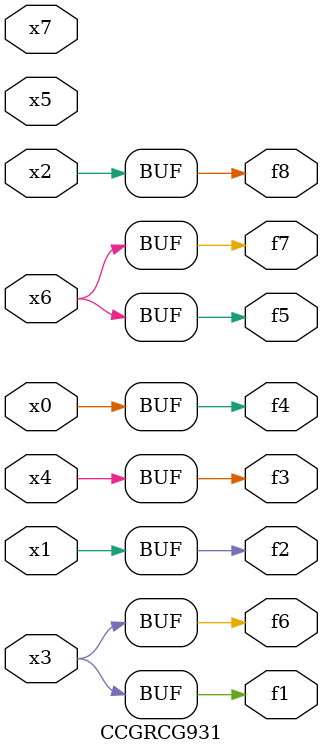
<source format=v>
module CCGRCG931(
	input x0, x1, x2, x3, x4, x5, x6, x7,
	output f1, f2, f3, f4, f5, f6, f7, f8
);
	assign f1 = x3;
	assign f2 = x1;
	assign f3 = x4;
	assign f4 = x0;
	assign f5 = x6;
	assign f6 = x3;
	assign f7 = x6;
	assign f8 = x2;
endmodule

</source>
